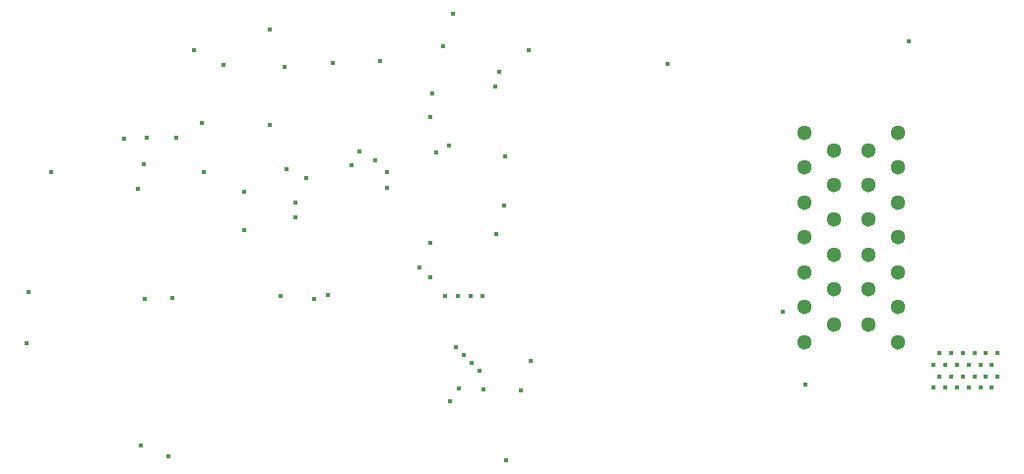
<source format=gbr>
%TF.GenerationSoftware,Altium Limited,Altium Designer,19.0.15 (446)*%
G04 Layer_Color=0*
%FSLAX26Y26*%
%MOIN*%
%TF.FileFunction,Plated,1,2,PTH,Drill*%
%TF.Part,Single*%
G01*
G75*
%TA.AperFunction,ComponentDrill*%
%ADD77C,0.051181*%
%TA.AperFunction,ViaDrill,NotFilled*%
%ADD78C,0.015000*%
D77*
X3287402Y1229331D02*
D03*
Y1111220D02*
D03*
Y993110D02*
D03*
Y875000D02*
D03*
Y756890D02*
D03*
Y638779D02*
D03*
Y520669D02*
D03*
X3385827Y1170276D02*
D03*
Y1052165D02*
D03*
Y934055D02*
D03*
Y815945D02*
D03*
Y697835D02*
D03*
Y579724D02*
D03*
X3503937Y1170276D02*
D03*
Y1052165D02*
D03*
Y934055D02*
D03*
Y815945D02*
D03*
Y697835D02*
D03*
Y579724D02*
D03*
X3602362Y1229331D02*
D03*
Y1111220D02*
D03*
Y993110D02*
D03*
Y875000D02*
D03*
Y756890D02*
D03*
Y638779D02*
D03*
Y520669D02*
D03*
D78*
X1984252Y771520D02*
D03*
X1625984Y664370D02*
D03*
X1040624Y168037D02*
D03*
X1133858Y133858D02*
D03*
X1691493Y1464567D02*
D03*
X1834646Y1136752D02*
D03*
X2026115Y1362205D02*
D03*
X983005Y1208661D02*
D03*
X2273622Y1149606D02*
D03*
X1849535Y1472441D02*
D03*
X1247524Y1263112D02*
D03*
X1527559Y1452756D02*
D03*
X1476378Y1254260D02*
D03*
X736221Y1096460D02*
D03*
X661417Y689961D02*
D03*
X2354331Y1507874D02*
D03*
X2822222Y1462923D02*
D03*
X3638955Y1539370D02*
D03*
X1476378Y1579232D02*
D03*
X1221306Y1507874D02*
D03*
X1158704Y1212598D02*
D03*
X1061012Y1213699D02*
D03*
X653543Y515748D02*
D03*
X1145669Y669291D02*
D03*
X1514659Y674328D02*
D03*
X2275591Y118110D02*
D03*
X2200787Y359048D02*
D03*
X2327756Y356299D02*
D03*
X2118110Y362205D02*
D03*
X1673228Y678150D02*
D03*
X1318898Y1460630D02*
D03*
X1031496Y1039370D02*
D03*
X1251968Y1095472D02*
D03*
X1051658Y1122047D02*
D03*
X1055118Y665354D02*
D03*
X1389764Y898622D02*
D03*
X1388780Y1029528D02*
D03*
X2197835Y677165D02*
D03*
X2271653Y983268D02*
D03*
X2243110Y886811D02*
D03*
X1780512Y1167323D02*
D03*
X1752512Y1119094D02*
D03*
X1562008Y941929D02*
D03*
Y992126D02*
D03*
X1533465Y1107284D02*
D03*
X1599409Y1076772D02*
D03*
X2018701Y738189D02*
D03*
X1875000Y1042323D02*
D03*
Y1095472D02*
D03*
X2254528Y1434449D02*
D03*
X2238780Y1384449D02*
D03*
X2112533Y677165D02*
D03*
X2069882D02*
D03*
X2155184D02*
D03*
X2019685Y854331D02*
D03*
X2098425Y1632382D02*
D03*
X2062992Y1523622D02*
D03*
X2039370Y1161417D02*
D03*
X2082677Y1184449D02*
D03*
X2019685Y1281988D02*
D03*
X2360236Y454724D02*
D03*
X2185925Y422342D02*
D03*
X2159055Y449213D02*
D03*
X2132185Y476083D02*
D03*
X2105315Y502953D02*
D03*
X2085630Y317913D02*
D03*
X3212598Y624016D02*
D03*
X3291339Y376969D02*
D03*
X3940962Y482284D02*
D03*
X3921277Y442914D02*
D03*
X3940962Y403544D02*
D03*
X3921277Y364174D02*
D03*
X3901592Y482284D02*
D03*
X3881907Y442914D02*
D03*
X3901592Y403544D02*
D03*
X3881907Y364174D02*
D03*
X3862222Y482284D02*
D03*
X3842537Y442914D02*
D03*
X3862222Y403544D02*
D03*
X3842537Y364174D02*
D03*
X3822852Y482284D02*
D03*
X3803167Y442914D02*
D03*
X3822852Y403544D02*
D03*
X3803167Y364174D02*
D03*
X3783482Y482284D02*
D03*
X3763797Y442914D02*
D03*
X3783482Y403544D02*
D03*
X3763797Y364174D02*
D03*
X3744111Y482284D02*
D03*
X3724427Y442914D02*
D03*
X3744111Y403544D02*
D03*
X3724427Y364174D02*
D03*
%TF.MD5,220284c296d924af282a921e23bb6361*%
M02*

</source>
